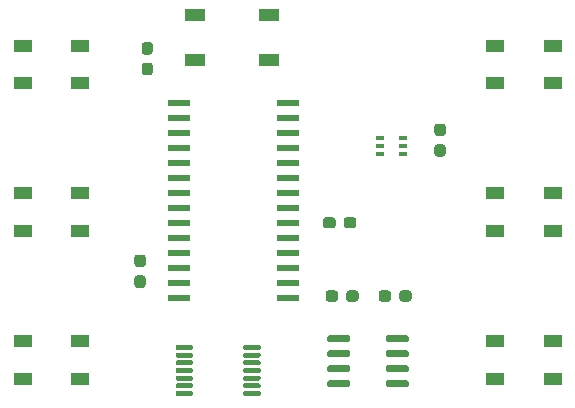
<source format=gbr>
%TF.GenerationSoftware,KiCad,Pcbnew,(5.1.6)-1*%
%TF.CreationDate,2020-08-14T21:54:29-04:00*%
%TF.ProjectId,CellLight,43656c6c-4c69-4676-9874-2e6b69636164,rev?*%
%TF.SameCoordinates,Original*%
%TF.FileFunction,Paste,Top*%
%TF.FilePolarity,Positive*%
%FSLAX46Y46*%
G04 Gerber Fmt 4.6, Leading zero omitted, Abs format (unit mm)*
G04 Created by KiCad (PCBNEW (5.1.6)-1) date 2020-08-14 21:54:29*
%MOMM*%
%LPD*%
G01*
G04 APERTURE LIST*
%ADD10R,1.900000X0.600000*%
%ADD11R,0.650000X0.400000*%
%ADD12R,1.700000X1.000000*%
%ADD13R,1.500000X1.000000*%
G04 APERTURE END LIST*
D10*
%TO.C,U1*%
X161305000Y-81745000D03*
X161305000Y-83015000D03*
X161305000Y-84285000D03*
X161305000Y-85555000D03*
X161305000Y-86825000D03*
X161305000Y-88095000D03*
X161305000Y-89365000D03*
X161305000Y-90635000D03*
X161305000Y-91905000D03*
X161305000Y-93175000D03*
X161305000Y-94445000D03*
X161305000Y-95715000D03*
X161305000Y-96985000D03*
X161305000Y-98255000D03*
X152095000Y-98255000D03*
X152095000Y-96985000D03*
X152095000Y-95715000D03*
X152095000Y-94445000D03*
X152095000Y-93175000D03*
X152095000Y-91905000D03*
X152095000Y-90635000D03*
X152095000Y-89365000D03*
X152095000Y-88095000D03*
X152095000Y-86825000D03*
X152095000Y-85555000D03*
X152095000Y-84285000D03*
X152095000Y-83015000D03*
X152095000Y-81745000D03*
%TD*%
D11*
%TO.C,U6*%
X171050000Y-84750000D03*
X171050000Y-86050000D03*
X169150000Y-85400000D03*
X171050000Y-85400000D03*
X169150000Y-86050000D03*
X169150000Y-84750000D03*
%TD*%
%TO.C,U3*%
G36*
G01*
X169600000Y-101845000D02*
X169600000Y-101545000D01*
G75*
G02*
X169750000Y-101395000I150000J0D01*
G01*
X171400000Y-101395000D01*
G75*
G02*
X171550000Y-101545000I0J-150000D01*
G01*
X171550000Y-101845000D01*
G75*
G02*
X171400000Y-101995000I-150000J0D01*
G01*
X169750000Y-101995000D01*
G75*
G02*
X169600000Y-101845000I0J150000D01*
G01*
G37*
G36*
G01*
X169600000Y-103115000D02*
X169600000Y-102815000D01*
G75*
G02*
X169750000Y-102665000I150000J0D01*
G01*
X171400000Y-102665000D01*
G75*
G02*
X171550000Y-102815000I0J-150000D01*
G01*
X171550000Y-103115000D01*
G75*
G02*
X171400000Y-103265000I-150000J0D01*
G01*
X169750000Y-103265000D01*
G75*
G02*
X169600000Y-103115000I0J150000D01*
G01*
G37*
G36*
G01*
X169600000Y-104385000D02*
X169600000Y-104085000D01*
G75*
G02*
X169750000Y-103935000I150000J0D01*
G01*
X171400000Y-103935000D01*
G75*
G02*
X171550000Y-104085000I0J-150000D01*
G01*
X171550000Y-104385000D01*
G75*
G02*
X171400000Y-104535000I-150000J0D01*
G01*
X169750000Y-104535000D01*
G75*
G02*
X169600000Y-104385000I0J150000D01*
G01*
G37*
G36*
G01*
X169600000Y-105655000D02*
X169600000Y-105355000D01*
G75*
G02*
X169750000Y-105205000I150000J0D01*
G01*
X171400000Y-105205000D01*
G75*
G02*
X171550000Y-105355000I0J-150000D01*
G01*
X171550000Y-105655000D01*
G75*
G02*
X171400000Y-105805000I-150000J0D01*
G01*
X169750000Y-105805000D01*
G75*
G02*
X169600000Y-105655000I0J150000D01*
G01*
G37*
G36*
G01*
X164650000Y-105655000D02*
X164650000Y-105355000D01*
G75*
G02*
X164800000Y-105205000I150000J0D01*
G01*
X166450000Y-105205000D01*
G75*
G02*
X166600000Y-105355000I0J-150000D01*
G01*
X166600000Y-105655000D01*
G75*
G02*
X166450000Y-105805000I-150000J0D01*
G01*
X164800000Y-105805000D01*
G75*
G02*
X164650000Y-105655000I0J150000D01*
G01*
G37*
G36*
G01*
X164650000Y-104385000D02*
X164650000Y-104085000D01*
G75*
G02*
X164800000Y-103935000I150000J0D01*
G01*
X166450000Y-103935000D01*
G75*
G02*
X166600000Y-104085000I0J-150000D01*
G01*
X166600000Y-104385000D01*
G75*
G02*
X166450000Y-104535000I-150000J0D01*
G01*
X164800000Y-104535000D01*
G75*
G02*
X164650000Y-104385000I0J150000D01*
G01*
G37*
G36*
G01*
X164650000Y-103115000D02*
X164650000Y-102815000D01*
G75*
G02*
X164800000Y-102665000I150000J0D01*
G01*
X166450000Y-102665000D01*
G75*
G02*
X166600000Y-102815000I0J-150000D01*
G01*
X166600000Y-103115000D01*
G75*
G02*
X166450000Y-103265000I-150000J0D01*
G01*
X164800000Y-103265000D01*
G75*
G02*
X164650000Y-103115000I0J150000D01*
G01*
G37*
G36*
G01*
X164650000Y-101845000D02*
X164650000Y-101545000D01*
G75*
G02*
X164800000Y-101395000I150000J0D01*
G01*
X166450000Y-101395000D01*
G75*
G02*
X166600000Y-101545000I0J-150000D01*
G01*
X166600000Y-101845000D01*
G75*
G02*
X166450000Y-101995000I-150000J0D01*
G01*
X164800000Y-101995000D01*
G75*
G02*
X164650000Y-101845000I0J150000D01*
G01*
G37*
%TD*%
%TO.C,U2*%
G36*
G01*
X157525000Y-102550000D02*
X157525000Y-102350000D01*
G75*
G02*
X157625000Y-102250000I100000J0D01*
G01*
X158900000Y-102250000D01*
G75*
G02*
X159000000Y-102350000I0J-100000D01*
G01*
X159000000Y-102550000D01*
G75*
G02*
X158900000Y-102650000I-100000J0D01*
G01*
X157625000Y-102650000D01*
G75*
G02*
X157525000Y-102550000I0J100000D01*
G01*
G37*
G36*
G01*
X157525000Y-103200000D02*
X157525000Y-103000000D01*
G75*
G02*
X157625000Y-102900000I100000J0D01*
G01*
X158900000Y-102900000D01*
G75*
G02*
X159000000Y-103000000I0J-100000D01*
G01*
X159000000Y-103200000D01*
G75*
G02*
X158900000Y-103300000I-100000J0D01*
G01*
X157625000Y-103300000D01*
G75*
G02*
X157525000Y-103200000I0J100000D01*
G01*
G37*
G36*
G01*
X157525000Y-103850000D02*
X157525000Y-103650000D01*
G75*
G02*
X157625000Y-103550000I100000J0D01*
G01*
X158900000Y-103550000D01*
G75*
G02*
X159000000Y-103650000I0J-100000D01*
G01*
X159000000Y-103850000D01*
G75*
G02*
X158900000Y-103950000I-100000J0D01*
G01*
X157625000Y-103950000D01*
G75*
G02*
X157525000Y-103850000I0J100000D01*
G01*
G37*
G36*
G01*
X157525000Y-104500000D02*
X157525000Y-104300000D01*
G75*
G02*
X157625000Y-104200000I100000J0D01*
G01*
X158900000Y-104200000D01*
G75*
G02*
X159000000Y-104300000I0J-100000D01*
G01*
X159000000Y-104500000D01*
G75*
G02*
X158900000Y-104600000I-100000J0D01*
G01*
X157625000Y-104600000D01*
G75*
G02*
X157525000Y-104500000I0J100000D01*
G01*
G37*
G36*
G01*
X157525000Y-105150000D02*
X157525000Y-104950000D01*
G75*
G02*
X157625000Y-104850000I100000J0D01*
G01*
X158900000Y-104850000D01*
G75*
G02*
X159000000Y-104950000I0J-100000D01*
G01*
X159000000Y-105150000D01*
G75*
G02*
X158900000Y-105250000I-100000J0D01*
G01*
X157625000Y-105250000D01*
G75*
G02*
X157525000Y-105150000I0J100000D01*
G01*
G37*
G36*
G01*
X157525000Y-105800000D02*
X157525000Y-105600000D01*
G75*
G02*
X157625000Y-105500000I100000J0D01*
G01*
X158900000Y-105500000D01*
G75*
G02*
X159000000Y-105600000I0J-100000D01*
G01*
X159000000Y-105800000D01*
G75*
G02*
X158900000Y-105900000I-100000J0D01*
G01*
X157625000Y-105900000D01*
G75*
G02*
X157525000Y-105800000I0J100000D01*
G01*
G37*
G36*
G01*
X157525000Y-106450000D02*
X157525000Y-106250000D01*
G75*
G02*
X157625000Y-106150000I100000J0D01*
G01*
X158900000Y-106150000D01*
G75*
G02*
X159000000Y-106250000I0J-100000D01*
G01*
X159000000Y-106450000D01*
G75*
G02*
X158900000Y-106550000I-100000J0D01*
G01*
X157625000Y-106550000D01*
G75*
G02*
X157525000Y-106450000I0J100000D01*
G01*
G37*
G36*
G01*
X151800000Y-106450000D02*
X151800000Y-106250000D01*
G75*
G02*
X151900000Y-106150000I100000J0D01*
G01*
X153175000Y-106150000D01*
G75*
G02*
X153275000Y-106250000I0J-100000D01*
G01*
X153275000Y-106450000D01*
G75*
G02*
X153175000Y-106550000I-100000J0D01*
G01*
X151900000Y-106550000D01*
G75*
G02*
X151800000Y-106450000I0J100000D01*
G01*
G37*
G36*
G01*
X151800000Y-105800000D02*
X151800000Y-105600000D01*
G75*
G02*
X151900000Y-105500000I100000J0D01*
G01*
X153175000Y-105500000D01*
G75*
G02*
X153275000Y-105600000I0J-100000D01*
G01*
X153275000Y-105800000D01*
G75*
G02*
X153175000Y-105900000I-100000J0D01*
G01*
X151900000Y-105900000D01*
G75*
G02*
X151800000Y-105800000I0J100000D01*
G01*
G37*
G36*
G01*
X151800000Y-105150000D02*
X151800000Y-104950000D01*
G75*
G02*
X151900000Y-104850000I100000J0D01*
G01*
X153175000Y-104850000D01*
G75*
G02*
X153275000Y-104950000I0J-100000D01*
G01*
X153275000Y-105150000D01*
G75*
G02*
X153175000Y-105250000I-100000J0D01*
G01*
X151900000Y-105250000D01*
G75*
G02*
X151800000Y-105150000I0J100000D01*
G01*
G37*
G36*
G01*
X151800000Y-104500000D02*
X151800000Y-104300000D01*
G75*
G02*
X151900000Y-104200000I100000J0D01*
G01*
X153175000Y-104200000D01*
G75*
G02*
X153275000Y-104300000I0J-100000D01*
G01*
X153275000Y-104500000D01*
G75*
G02*
X153175000Y-104600000I-100000J0D01*
G01*
X151900000Y-104600000D01*
G75*
G02*
X151800000Y-104500000I0J100000D01*
G01*
G37*
G36*
G01*
X151800000Y-103850000D02*
X151800000Y-103650000D01*
G75*
G02*
X151900000Y-103550000I100000J0D01*
G01*
X153175000Y-103550000D01*
G75*
G02*
X153275000Y-103650000I0J-100000D01*
G01*
X153275000Y-103850000D01*
G75*
G02*
X153175000Y-103950000I-100000J0D01*
G01*
X151900000Y-103950000D01*
G75*
G02*
X151800000Y-103850000I0J100000D01*
G01*
G37*
G36*
G01*
X151800000Y-103200000D02*
X151800000Y-103000000D01*
G75*
G02*
X151900000Y-102900000I100000J0D01*
G01*
X153175000Y-102900000D01*
G75*
G02*
X153275000Y-103000000I0J-100000D01*
G01*
X153275000Y-103200000D01*
G75*
G02*
X153175000Y-103300000I-100000J0D01*
G01*
X151900000Y-103300000D01*
G75*
G02*
X151800000Y-103200000I0J100000D01*
G01*
G37*
G36*
G01*
X151800000Y-102550000D02*
X151800000Y-102350000D01*
G75*
G02*
X151900000Y-102250000I100000J0D01*
G01*
X153175000Y-102250000D01*
G75*
G02*
X153275000Y-102350000I0J-100000D01*
G01*
X153275000Y-102550000D01*
G75*
G02*
X153175000Y-102650000I-100000J0D01*
G01*
X151900000Y-102650000D01*
G75*
G02*
X151800000Y-102550000I0J100000D01*
G01*
G37*
%TD*%
D12*
%TO.C,SW1*%
X159750000Y-78100000D03*
X153450000Y-78100000D03*
X159750000Y-74300000D03*
X153450000Y-74300000D03*
%TD*%
%TO.C,R7*%
G36*
G01*
X173962500Y-85250000D02*
X174437500Y-85250000D01*
G75*
G02*
X174675000Y-85487500I0J-237500D01*
G01*
X174675000Y-86062500D01*
G75*
G02*
X174437500Y-86300000I-237500J0D01*
G01*
X173962500Y-86300000D01*
G75*
G02*
X173725000Y-86062500I0J237500D01*
G01*
X173725000Y-85487500D01*
G75*
G02*
X173962500Y-85250000I237500J0D01*
G01*
G37*
G36*
G01*
X173962500Y-83500000D02*
X174437500Y-83500000D01*
G75*
G02*
X174675000Y-83737500I0J-237500D01*
G01*
X174675000Y-84312500D01*
G75*
G02*
X174437500Y-84550000I-237500J0D01*
G01*
X173962500Y-84550000D01*
G75*
G02*
X173725000Y-84312500I0J237500D01*
G01*
X173725000Y-83737500D01*
G75*
G02*
X173962500Y-83500000I237500J0D01*
G01*
G37*
%TD*%
%TO.C,R3*%
G36*
G01*
X166250000Y-98337500D02*
X166250000Y-97862500D01*
G75*
G02*
X166487500Y-97625000I237500J0D01*
G01*
X167062500Y-97625000D01*
G75*
G02*
X167300000Y-97862500I0J-237500D01*
G01*
X167300000Y-98337500D01*
G75*
G02*
X167062500Y-98575000I-237500J0D01*
G01*
X166487500Y-98575000D01*
G75*
G02*
X166250000Y-98337500I0J237500D01*
G01*
G37*
G36*
G01*
X164500000Y-98337500D02*
X164500000Y-97862500D01*
G75*
G02*
X164737500Y-97625000I237500J0D01*
G01*
X165312500Y-97625000D01*
G75*
G02*
X165550000Y-97862500I0J-237500D01*
G01*
X165550000Y-98337500D01*
G75*
G02*
X165312500Y-98575000I-237500J0D01*
G01*
X164737500Y-98575000D01*
G75*
G02*
X164500000Y-98337500I0J237500D01*
G01*
G37*
%TD*%
%TO.C,R2*%
G36*
G01*
X170750000Y-98337500D02*
X170750000Y-97862500D01*
G75*
G02*
X170987500Y-97625000I237500J0D01*
G01*
X171562500Y-97625000D01*
G75*
G02*
X171800000Y-97862500I0J-237500D01*
G01*
X171800000Y-98337500D01*
G75*
G02*
X171562500Y-98575000I-237500J0D01*
G01*
X170987500Y-98575000D01*
G75*
G02*
X170750000Y-98337500I0J237500D01*
G01*
G37*
G36*
G01*
X169000000Y-98337500D02*
X169000000Y-97862500D01*
G75*
G02*
X169237500Y-97625000I237500J0D01*
G01*
X169812500Y-97625000D01*
G75*
G02*
X170050000Y-97862500I0J-237500D01*
G01*
X170050000Y-98337500D01*
G75*
G02*
X169812500Y-98575000I-237500J0D01*
G01*
X169237500Y-98575000D01*
G75*
G02*
X169000000Y-98337500I0J237500D01*
G01*
G37*
%TD*%
%TO.C,R1*%
G36*
G01*
X149162500Y-78350000D02*
X149637500Y-78350000D01*
G75*
G02*
X149875000Y-78587500I0J-237500D01*
G01*
X149875000Y-79162500D01*
G75*
G02*
X149637500Y-79400000I-237500J0D01*
G01*
X149162500Y-79400000D01*
G75*
G02*
X148925000Y-79162500I0J237500D01*
G01*
X148925000Y-78587500D01*
G75*
G02*
X149162500Y-78350000I237500J0D01*
G01*
G37*
G36*
G01*
X149162500Y-76600000D02*
X149637500Y-76600000D01*
G75*
G02*
X149875000Y-76837500I0J-237500D01*
G01*
X149875000Y-77412500D01*
G75*
G02*
X149637500Y-77650000I-237500J0D01*
G01*
X149162500Y-77650000D01*
G75*
G02*
X148925000Y-77412500I0J237500D01*
G01*
X148925000Y-76837500D01*
G75*
G02*
X149162500Y-76600000I237500J0D01*
G01*
G37*
%TD*%
D13*
%TO.C,D10*%
X138850000Y-76900000D03*
X138850000Y-80100000D03*
X143750000Y-76900000D03*
X143750000Y-80100000D03*
%TD*%
%TO.C,D9*%
X138850000Y-89400000D03*
X138850000Y-92600000D03*
X143750000Y-89400000D03*
X143750000Y-92600000D03*
%TD*%
%TO.C,D8*%
X138850000Y-101900000D03*
X138850000Y-105100000D03*
X143750000Y-101900000D03*
X143750000Y-105100000D03*
%TD*%
%TO.C,D7*%
X178850000Y-101900000D03*
X178850000Y-105100000D03*
X183750000Y-101900000D03*
X183750000Y-105100000D03*
%TD*%
%TO.C,D6*%
X178850000Y-89400000D03*
X178850000Y-92600000D03*
X183750000Y-89400000D03*
X183750000Y-92600000D03*
%TD*%
%TO.C,D5*%
X178850000Y-76900000D03*
X178850000Y-80100000D03*
X183750000Y-76900000D03*
X183750000Y-80100000D03*
%TD*%
%TO.C,C2*%
G36*
G01*
X149037500Y-95650000D02*
X148562500Y-95650000D01*
G75*
G02*
X148325000Y-95412500I0J237500D01*
G01*
X148325000Y-94837500D01*
G75*
G02*
X148562500Y-94600000I237500J0D01*
G01*
X149037500Y-94600000D01*
G75*
G02*
X149275000Y-94837500I0J-237500D01*
G01*
X149275000Y-95412500D01*
G75*
G02*
X149037500Y-95650000I-237500J0D01*
G01*
G37*
G36*
G01*
X149037500Y-97400000D02*
X148562500Y-97400000D01*
G75*
G02*
X148325000Y-97162500I0J237500D01*
G01*
X148325000Y-96587500D01*
G75*
G02*
X148562500Y-96350000I237500J0D01*
G01*
X149037500Y-96350000D01*
G75*
G02*
X149275000Y-96587500I0J-237500D01*
G01*
X149275000Y-97162500D01*
G75*
G02*
X149037500Y-97400000I-237500J0D01*
G01*
G37*
%TD*%
%TO.C,C1*%
G36*
G01*
X165350000Y-91662500D02*
X165350000Y-92137500D01*
G75*
G02*
X165112500Y-92375000I-237500J0D01*
G01*
X164537500Y-92375000D01*
G75*
G02*
X164300000Y-92137500I0J237500D01*
G01*
X164300000Y-91662500D01*
G75*
G02*
X164537500Y-91425000I237500J0D01*
G01*
X165112500Y-91425000D01*
G75*
G02*
X165350000Y-91662500I0J-237500D01*
G01*
G37*
G36*
G01*
X167100000Y-91662500D02*
X167100000Y-92137500D01*
G75*
G02*
X166862500Y-92375000I-237500J0D01*
G01*
X166287500Y-92375000D01*
G75*
G02*
X166050000Y-92137500I0J237500D01*
G01*
X166050000Y-91662500D01*
G75*
G02*
X166287500Y-91425000I237500J0D01*
G01*
X166862500Y-91425000D01*
G75*
G02*
X167100000Y-91662500I0J-237500D01*
G01*
G37*
%TD*%
M02*

</source>
